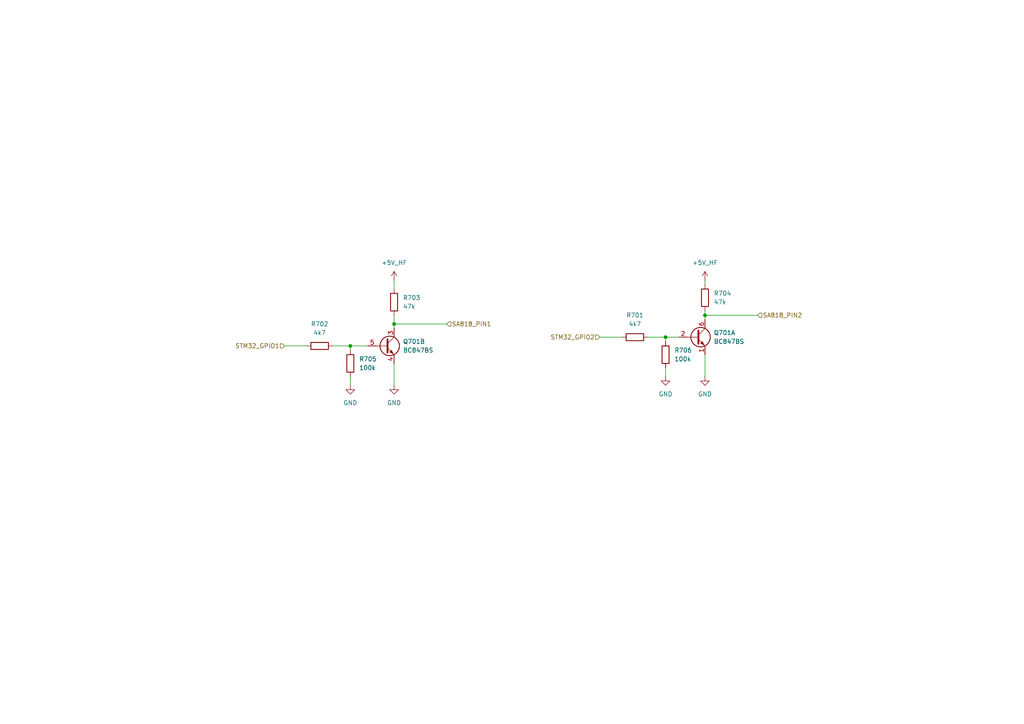
<source format=kicad_sch>
(kicad_sch (version 20250114) (generator "eeschema") (generator_version "9.0")
  (paper "A4")
  (title_block (title "Pin Driver for the SA818 NPN") (rev "<<HASH>>") (company "Amateurfunkclub für Remote Stationen"))
  (lib_symbols
    (symbol "Device:R" (pin_numbers (hide yes)) (pin_names (offset 0))
      (property "Reference" "R" (at 2.032 0 90))
      (property "Value" "R" (at 0 0 90))
      (symbol "R_0_1"
        (rectangle (start -1.016 -2.54) (end 1.016 2.54) (stroke (width 0.254)))
      )
      (symbol "R_1_1"
        (pin passive line (at 0 3.81 270) (length 1.27) (name "~") (number "1"))
        (pin passive line (at 0 -3.81 90) (length 1.27) (name "~") (number "2"))
      )
    )
    (symbol "Transistor_BJT:BC847BS" (pin_names (offset 0) (hide yes))
      (property "Reference" "Q" (at 5.08 1.27 0))
      (property "Value" "BC847BS" (at 5.08 -1.27 0))
      (symbol "BC847BS_0_1"
        (polyline (pts (xy 0.635 1.905) (xy 0.635 -1.905)) (stroke (width 0.508)))
        (polyline (pts (xy 0.635 0.635) (xy 2.54 2.54)))
        (polyline (pts (xy 0.635 0) (xy -2.54 0)))
        (polyline (pts (xy 0.635 -0.635) (xy 2.54 -2.54)))
        (circle (center 1.27 0) (radius 2.8194) (stroke (width 0.254)))
        (polyline (pts (xy 1.27 -1.778) (xy 1.778 -1.27) (xy 2.286 -2.286) (xy 1.27 -1.778)) (fill (type outline)))
      )
      (symbol "BC847BS_1_1"
        (pin input line (at -5.08 0 0) (length 2.54) (name "B1") (number "2"))
        (pin passive line (at 2.54 5.08 270) (length 2.54) (name "C1") (number "6"))
        (pin passive line (at 2.54 -5.08 90) (length 2.54) (name "E1") (number "1"))
      )
      (symbol "BC847BS_2_1"
        (pin input line (at -5.08 0 0) (length 2.54) (name "B2") (number "5"))
        (pin passive line (at 2.54 5.08 270) (length 2.54) (name "C2") (number "3"))
        (pin passive line (at 2.54 -5.08 90) (length 2.54) (name "E2") (number "4"))
      )
    )
    (symbol "power:+5V" (power) (pin_numbers (hide yes)) (pin_names (offset 0) (hide yes))
      (property "Value" "+5V" (at 0 3.556 0))
      (symbol "+5V_0_1"
        (polyline (pts (xy -0.762 1.27) (xy 0 2.54)))
        (polyline (pts (xy 0 2.54) (xy 0.762 1.27)))
        (polyline (pts (xy 0 0) (xy 0 2.54)))
      )
      (symbol "+5V_1_1"
        (pin power_in line (at 0 0 90) (length 0) (name "~") (number "1"))
      )
    )
    (symbol "power:GND" (power) (pin_numbers (hide yes)) (pin_names (offset 0) (hide yes))
      (property "Value" "GND" (at 0 -3.81 0))
      (symbol "GND_0_1"
        (polyline (pts (xy 0 0) (xy 0 -1.27) (xy 1.27 -1.27) (xy 0 -2.54) (xy -1.27 -1.27) (xy 0 -1.27)))
      )
      (symbol "GND_1_1"
        (pin power_in line (at 0 0 270) (length 0) (name "~") (number "1"))
      )
    )
  )
  (junction (at 114.3 93.98))
  (junction (at 101.6 100.33))
  (junction (at 193.04 97.79))
  (junction (at 204.47 91.44))
  (wire (pts (xy 204.47 102.87) (xy 204.47 109.22)))
  (wire (pts (xy 101.6 109.22) (xy 101.6 111.76)))
  (wire (pts (xy 193.04 106.68) (xy 193.04 109.22)))
  (wire (pts (xy 204.47 81.28) (xy 204.47 82.55)))
  (wire (pts (xy 114.3 81.28) (xy 114.3 83.82)))
  (wire (pts (xy 114.3 93.98) (xy 129.54 93.98)))
  (wire (pts (xy 204.47 91.44) (xy 219.71 91.44)))
  (wire (pts (xy 114.3 105.41) (xy 114.3 111.76)))
  (wire (pts (xy 101.6 100.33) (xy 106.68 100.33)))
  (wire (pts (xy 187.96 97.79) (xy 193.04 97.79)))
  (wire (pts (xy 193.04 97.79) (xy 196.85 97.79)))
  (wire (pts (xy 114.3 93.98) (xy 114.3 95.25)))
  (wire (pts (xy 204.47 91.44) (xy 204.47 92.71)))
  (wire (pts (xy 96.52 100.33) (xy 101.6 100.33)))
  (wire (pts (xy 82.55 100.33) (xy 88.9 100.33)))
  (wire (pts (xy 173.99 97.79) (xy 180.34 97.79)))
  (wire (pts (xy 101.6 100.33) (xy 101.6 101.6)))
  (wire (pts (xy 193.04 97.79) (xy 193.04 99.06)))
  (wire (pts (xy 204.47 90.17) (xy 204.47 91.44)))
  (wire (pts (xy 114.3 91.44) (xy 114.3 93.98)))
  (hierarchical_label "SA818_PIN2" (shape input) (at 219.71 91.44 0))
  (hierarchical_label "STM32_GPIO2" (shape input) (at 173.99 97.79 180))
  (hierarchical_label "SA818_PIN1" (shape input) (at 129.54 93.98 0))
  (hierarchical_label "STM32_GPIO1" (shape input) (at 82.55 100.33 180))
  (symbol (lib_id "Device:R") (at 204.47 86.36 180) (unit 1)
    (property "Reference" "R704" (at 207.01 85.0899 0) (effects (justify right)))
    (property "Value" "47k" (at 207.01 87.6299 0) (effects (justify right)))
    (property "Footprint" "Resistor_SMD:R_0805_2012Metric" (effects (hide yes)))
    (property "Description" "Resistor" (effects (hide yes)))
  )
  (symbol (lib_id "Device:R") (at 184.15 97.79 90) (unit 1)
    (property "Reference" "R701" (at 184.15 91.44 90))
    (property "Value" "4k7" (at 184.15 93.98 90))
    (property "Footprint" "Resistor_SMD:R_0805_2012Metric" (effects (hide yes)))
    (property "Description" "Resistor" (effects (hide yes)))
  )
  (symbol (lib_id "Device:R") (at 92.71 100.33 90) (unit 1)
    (property "Reference" "R702" (at 92.71 93.98 90))
    (property "Value" "4k7" (at 92.71 96.52 90))
    (property "Footprint" "Resistor_SMD:R_0805_2012Metric" (effects (hide yes)))
    (property "Description" "Resistor" (effects (hide yes)))
  )
  (symbol (lib_id "power:GND") (at 204.47 109.22 0) (unit 1)
    (property "Reference" "#PWR0701" (effects (hide yes)))
    (property "Value" "GND" (at 204.47 114.3 0))
    (property "Description" "Power symbol creates a global label with name \"GND\" , ground" (effects (hide yes)))
  )
  (symbol (lib_id "Device:R") (at 101.6 105.41 180) (unit 1)
    (property "Reference" "R705" (at 104.14 104.1399 0) (effects (justify right)))
    (property "Value" "100k" (at 104.14 106.6799 0) (effects (justify right)))
    (property "Footprint" "Resistor_SMD:R_0805_2012Metric" (effects (hide yes)))
    (property "Description" "Resistor" (effects (hide yes)))
  )
  (symbol (lib_id "power:GND") (at 193.04 109.22 0) (unit 1)
    (property "Reference" "#PWR0706" (effects (hide yes)))
    (property "Value" "GND" (at 193.04 114.3 0))
    (property "Description" "Power symbol creates a global label with name \"GND\" , ground" (effects (hide yes)))
  )
  (symbol (lib_id "power:GND") (at 101.6 111.76 0) (unit 1)
    (property "Reference" "#PWR0702" (effects (hide yes)))
    (property "Value" "GND" (at 101.6 116.84 0))
    (property "Description" "Power symbol creates a global label with name \"GND\" , ground" (effects (hide yes)))
  )
  (symbol (lib_id "power:+5V") (at 114.3 81.28 0) (unit 1)
    (property "Reference" "#PWR0704" (effects (hide yes)))
    (property "Value" "+5V_HF" (at 114.3 76.2 0))
    (property "Description" "Power symbol creates a global label with name \"+5V\"" (effects (hide yes)))
  )
  (symbol (lib_id "power:+5V") (at 204.47 81.28 0) (unit 1)
    (property "Reference" "#PWR0703" (effects (hide yes)))
    (property "Value" "+5V_HF" (at 204.47 76.2 0))
    (property "Description" "Power symbol creates a global label with name \"+5V\"" (effects (hide yes)))
  )
  (symbol (lib_id "Device:R") (at 114.3 87.63 180) (unit 1)
    (property "Reference" "R703" (at 116.84 86.3599 0) (effects (justify right)))
    (property "Value" "47k" (at 116.84 88.8999 0) (effects (justify right)))
    (property "Footprint" "Resistor_SMD:R_0805_2012Metric" (effects (hide yes)))
    (property "Description" "Resistor" (effects (hide yes)))
  )
  (symbol (lib_id "power:GND") (at 114.3 111.76 0) (unit 1)
    (property "Reference" "#PWR0705" (effects (hide yes)))
    (property "Value" "GND" (at 114.3 116.84 0))
    (property "Description" "Power symbol creates a global label with name \"GND\" , ground" (effects (hide yes)))
  )
  (symbol (lib_id "Transistor_BJT:BC847BS") (at 111.76 100.33 0) (unit 2)
    (property "Reference" "Q701" (at 116.84 99.0599 0) (effects (justify left)))
    (property "Value" "BC847BS" (at 116.84 101.5999 0) (effects (justify left)))
    (property "Footprint" "Package_TO_SOT_SMD:SOT-363_SC-70-6" (effects (hide yes)))
    (property "Datasheet" "https://assets.nexperia.com/documents/data-sheet/BC847BS.pdf" (effects (hide yes)))
    (property "Description" "100mA IC, 45V Vce, Dual NPN/NPN Transistors, SOT-363" (effects (hide yes)))
  )
  (symbol (lib_id "Transistor_BJT:BC847BS") (at 201.93 97.79 0) (unit 1)
    (property "Reference" "Q701" (at 207.01 96.5199 0) (effects (justify left)))
    (property "Value" "BC847BS" (at 207.01 99.0599 0) (effects (justify left)))
    (property "Footprint" "Package_TO_SOT_SMD:SOT-363_SC-70-6" (effects (hide yes)))
    (property "Datasheet" "https://assets.nexperia.com/documents/data-sheet/BC847BS.pdf" (effects (hide yes)))
    (property "Description" "100mA IC, 45V Vce, Dual NPN/NPN Transistors, SOT-363" (effects (hide yes)))
  )
  (symbol (lib_id "Device:R") (at 193.04 102.87 180) (unit 1)
    (property "Reference" "R706" (at 195.58 101.5999 0) (effects (justify right)))
    (property "Value" "100k" (at 195.58 104.1399 0) (effects (justify right)))
    (property "Footprint" "Resistor_SMD:R_0805_2012Metric" (effects (hide yes)))
    (property "Description" "Resistor" (effects (hide yes)))
  )
)
</source>
